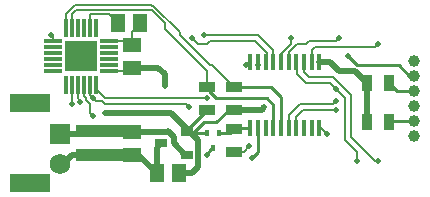
<source format=gtl>
G04 (created by PCBNEW (2013-05-18 BZR 4017)-stable) date Thu 17 Jul 2014 20:47:08 CST*
%MOIN*%
G04 Gerber Fmt 3.4, Leading zero omitted, Abs format*
%FSLAX34Y34*%
G01*
G70*
G90*
G04 APERTURE LIST*
%ADD10C,0.00590551*%
%ADD11R,0.0165X0.0579*%
%ADD12R,0.015748X0.0200787*%
%ADD13R,0.0394X0.0315*%
%ADD14R,0.055X0.035*%
%ADD15R,0.035X0.055*%
%ADD16R,0.137795X0.0393701*%
%ADD17R,0.133858X0.0590551*%
%ADD18R,0.106299X0.102362*%
%ADD19R,0.0590551X0.0137795*%
%ADD20R,0.0137795X0.0590551*%
%ADD21R,0.069X0.069*%
%ADD22C,0.069*%
%ADD23R,0.0512X0.059*%
%ADD24R,0.059X0.0512*%
%ADD25C,0.039*%
%ADD26C,0.02*%
%ADD27C,0.02*%
%ADD28C,0.04*%
%ADD29C,0.008*%
%ADD30C,0.01*%
%ADD31C,0.006*%
G04 APERTURE END LIST*
G54D10*
G54D11*
X55728Y-30498D03*
X55472Y-30498D03*
X55216Y-30498D03*
X54960Y-30498D03*
X56492Y-32700D03*
X56496Y-30498D03*
X56240Y-30498D03*
X55984Y-30498D03*
X54704Y-32702D03*
X54960Y-32702D03*
X55216Y-32702D03*
X55472Y-32702D03*
X55728Y-32702D03*
X55984Y-32702D03*
X54704Y-30498D03*
X56240Y-32700D03*
X56752Y-30498D03*
X54448Y-30498D03*
X54448Y-32702D03*
X56752Y-32702D03*
G54D12*
X53003Y-32844D03*
X53396Y-32844D03*
X53200Y-33355D03*
G54D13*
X51467Y-33200D03*
X52333Y-32825D03*
X52333Y-33575D03*
G54D14*
X53000Y-32075D03*
X53000Y-31325D03*
G54D15*
X58325Y-32500D03*
X59075Y-32500D03*
X58325Y-31200D03*
X59075Y-31200D03*
G54D14*
X53900Y-32725D03*
X53900Y-33475D03*
X53900Y-32075D03*
X53900Y-31325D03*
G54D16*
X49300Y-33593D03*
X49300Y-32806D03*
G54D17*
X47114Y-34538D03*
X47114Y-31861D03*
G54D18*
X48800Y-30300D03*
G54D19*
X47855Y-29807D03*
X47855Y-30004D03*
X47855Y-30201D03*
X47855Y-30398D03*
X47855Y-30595D03*
X47855Y-30792D03*
G54D20*
X48307Y-31244D03*
X48504Y-31244D03*
X48701Y-31244D03*
X48898Y-31244D03*
X49095Y-31244D03*
X49292Y-31244D03*
G54D19*
X49744Y-30792D03*
X49744Y-30595D03*
X49744Y-30398D03*
X49744Y-30201D03*
X49744Y-30004D03*
X49744Y-29807D03*
G54D20*
X49292Y-29355D03*
X49095Y-29355D03*
X48898Y-29355D03*
X48701Y-29355D03*
X48504Y-29355D03*
X48307Y-29355D03*
G54D21*
X48100Y-32900D03*
G54D22*
X48100Y-33900D03*
G54D23*
X50025Y-29200D03*
X50775Y-29200D03*
G54D24*
X50500Y-32825D03*
X50500Y-33575D03*
G54D23*
X52075Y-34200D03*
X51325Y-34200D03*
G54D24*
X50500Y-30675D03*
X50500Y-29925D03*
G54D25*
X59900Y-31450D03*
X59900Y-31950D03*
X59900Y-30950D03*
X59900Y-32450D03*
X59900Y-30450D03*
X59900Y-32950D03*
G54D26*
X55800Y-29700D03*
X52500Y-29700D03*
X58700Y-29900D03*
X57400Y-29700D03*
X54500Y-33700D03*
X57300Y-31400D03*
X58000Y-33800D03*
X52900Y-29600D03*
X58700Y-33800D03*
X47800Y-29600D03*
X54300Y-30600D03*
X52400Y-32000D03*
X49200Y-31700D03*
X54700Y-30600D03*
X53000Y-31700D03*
X57700Y-30300D03*
X54400Y-33300D03*
X57000Y-32900D03*
X50775Y-29200D03*
X53000Y-33600D03*
X57300Y-32100D03*
X57300Y-31800D03*
X49212Y-32287D03*
X48762Y-31830D03*
X49600Y-32200D03*
X51600Y-31300D03*
X51800Y-32200D03*
X57400Y-30800D03*
X54900Y-32000D03*
X48500Y-31900D03*
G54D27*
X48100Y-32900D02*
X49206Y-32900D01*
X49206Y-32900D02*
X49300Y-32806D01*
X50500Y-32825D02*
X51675Y-32825D01*
X52275Y-33575D02*
X52333Y-33575D01*
X51900Y-33200D02*
X52275Y-33575D01*
X51900Y-33000D02*
X51900Y-33200D01*
X51700Y-32800D02*
X51900Y-33000D01*
X51675Y-32825D02*
X51700Y-32800D01*
G54D28*
X49300Y-32806D02*
X50481Y-32806D01*
X50481Y-32806D02*
X50500Y-32825D01*
G54D29*
X55472Y-30498D02*
X55472Y-30228D01*
X55800Y-29900D02*
X55800Y-29700D01*
X55472Y-30228D02*
X55800Y-29900D01*
X55000Y-30458D02*
X54960Y-30498D01*
X55000Y-30200D02*
X55000Y-30458D01*
X54900Y-30100D02*
X55000Y-30200D01*
X54600Y-29800D02*
X54900Y-30100D01*
X53100Y-29800D02*
X54600Y-29800D01*
X53000Y-29900D02*
X53100Y-29800D01*
X52700Y-29900D02*
X53000Y-29900D01*
X52500Y-29700D02*
X52700Y-29900D01*
X56496Y-30498D02*
X56496Y-30104D01*
X58600Y-30000D02*
X58700Y-29900D01*
X56600Y-30000D02*
X58600Y-30000D01*
X56496Y-30104D02*
X56600Y-30000D01*
G54D30*
X53396Y-32844D02*
X53780Y-32844D01*
X53780Y-32844D02*
X53900Y-32725D01*
X54448Y-32702D02*
X53923Y-32702D01*
X53923Y-32702D02*
X53900Y-32725D01*
G54D29*
X55728Y-30172D02*
X55728Y-30498D01*
X56000Y-29900D02*
X55728Y-30172D01*
X56300Y-29900D02*
X56000Y-29900D01*
X56400Y-29800D02*
X56300Y-29900D01*
X56500Y-29800D02*
X56400Y-29800D01*
X57300Y-29800D02*
X56500Y-29800D01*
X57400Y-29700D02*
X57300Y-29800D01*
G54D30*
X54704Y-32702D02*
X54704Y-33496D01*
X54704Y-33496D02*
X54500Y-33700D01*
G54D29*
X56000Y-30514D02*
X55984Y-30498D01*
X56000Y-30900D02*
X56000Y-30514D01*
X56100Y-31000D02*
X56000Y-30900D01*
X56300Y-31200D02*
X56100Y-31000D01*
X57100Y-31200D02*
X56300Y-31200D01*
X57600Y-31700D02*
X57300Y-31400D01*
X57300Y-31400D02*
X57100Y-31200D01*
X57600Y-31800D02*
X57600Y-31700D01*
X57600Y-33100D02*
X57600Y-31800D01*
X58000Y-33500D02*
X57600Y-33100D01*
X58000Y-33800D02*
X58000Y-33500D01*
X55216Y-30498D02*
X55216Y-30184D01*
X54700Y-29600D02*
X52900Y-29600D01*
X55200Y-30100D02*
X54700Y-29600D01*
X55200Y-30168D02*
X55200Y-30100D01*
X55216Y-30184D02*
X55200Y-30168D01*
X56240Y-30498D02*
X56240Y-30840D01*
X58600Y-33800D02*
X58700Y-33800D01*
X57800Y-33000D02*
X58600Y-33800D01*
X57800Y-31600D02*
X57800Y-33000D01*
X57200Y-31000D02*
X57800Y-31600D01*
X56400Y-31000D02*
X57200Y-31000D01*
X56240Y-30840D02*
X56400Y-31000D01*
X47855Y-29807D02*
X47855Y-29655D01*
X47855Y-29655D02*
X47800Y-29600D01*
X51100Y-31900D02*
X52300Y-31900D01*
X49300Y-31800D02*
X49500Y-31800D01*
X49500Y-31800D02*
X49600Y-31900D01*
X49600Y-31900D02*
X51100Y-31900D01*
X49200Y-31700D02*
X49300Y-31800D01*
X54402Y-30498D02*
X54448Y-30498D01*
X54300Y-30600D02*
X54402Y-30498D01*
X52300Y-31900D02*
X52400Y-32000D01*
X49095Y-31244D02*
X49095Y-31595D01*
X49095Y-31595D02*
X49200Y-31700D01*
X51100Y-31700D02*
X53000Y-31700D01*
X51100Y-31700D02*
X50300Y-31700D01*
X49292Y-31392D02*
X49600Y-31700D01*
X49600Y-31700D02*
X50300Y-31700D01*
X49292Y-31244D02*
X49292Y-31392D01*
X54704Y-30596D02*
X54704Y-30498D01*
X54700Y-30600D02*
X54704Y-30596D01*
X53000Y-31325D02*
X53000Y-30800D01*
X48504Y-28895D02*
X48640Y-28759D01*
X48640Y-28759D02*
X51159Y-28759D01*
X51159Y-28759D02*
X51200Y-28800D01*
X48504Y-28895D02*
X48504Y-29355D01*
X51600Y-29200D02*
X51200Y-28800D01*
X51600Y-29400D02*
X51600Y-29200D01*
X53000Y-30800D02*
X51600Y-29400D01*
G54D30*
X55216Y-32702D02*
X55216Y-31916D01*
X53100Y-31500D02*
X53000Y-31325D01*
X53300Y-31700D02*
X53100Y-31500D01*
X55000Y-31700D02*
X53300Y-31700D01*
X55216Y-31916D02*
X55000Y-31700D01*
G54D29*
X51159Y-28619D02*
X51219Y-28619D01*
X48307Y-28892D02*
X48600Y-28600D01*
X48600Y-28600D02*
X51140Y-28600D01*
X51140Y-28600D02*
X51159Y-28619D01*
X48307Y-29355D02*
X48307Y-28892D01*
X53175Y-30600D02*
X53900Y-31325D01*
X53100Y-30600D02*
X53175Y-30600D01*
X52100Y-29600D02*
X53100Y-30600D01*
X52100Y-29500D02*
X52100Y-29600D01*
X51219Y-28619D02*
X52100Y-29500D01*
G54D30*
X55472Y-32702D02*
X55472Y-31672D01*
X55125Y-31325D02*
X53900Y-31325D01*
X55472Y-31672D02*
X55125Y-31325D01*
X59900Y-30950D02*
X59750Y-30950D01*
X58000Y-30600D02*
X57700Y-30300D01*
X59400Y-30600D02*
X58000Y-30600D01*
X59750Y-30950D02*
X59400Y-30600D01*
G54D31*
X53900Y-33475D02*
X54225Y-33475D01*
X54225Y-33475D02*
X54400Y-33300D01*
X56752Y-32702D02*
X56802Y-32702D01*
X56802Y-32702D02*
X57000Y-32900D01*
G54D29*
X50500Y-29475D02*
X50775Y-29200D01*
X50500Y-29925D02*
X50500Y-29475D01*
G54D27*
X48100Y-33900D02*
X48200Y-33900D01*
X48506Y-33593D02*
X49300Y-33593D01*
X48200Y-33900D02*
X48506Y-33593D01*
X51325Y-34200D02*
X51325Y-33342D01*
X51325Y-33342D02*
X51467Y-33200D01*
X50500Y-33575D02*
X50700Y-33575D01*
X50700Y-33575D02*
X51325Y-34200D01*
G54D29*
X49744Y-29807D02*
X50382Y-29807D01*
X50382Y-29807D02*
X50500Y-29925D01*
G54D28*
X49300Y-33593D02*
X50481Y-33593D01*
X50481Y-33593D02*
X50500Y-33575D01*
G54D30*
X53144Y-33355D02*
X53200Y-33355D01*
X53000Y-33600D02*
X53144Y-33355D01*
G54D29*
X55984Y-32702D02*
X55984Y-32316D01*
X56200Y-32100D02*
X57300Y-32100D01*
X55984Y-32316D02*
X56200Y-32100D01*
X55728Y-32272D02*
X55728Y-32702D01*
X56100Y-31900D02*
X55728Y-32272D01*
X57200Y-31900D02*
X56100Y-31900D01*
X57300Y-31800D02*
X57200Y-31900D01*
G54D30*
X59900Y-31450D02*
X59325Y-31450D01*
X59325Y-31450D02*
X59075Y-31200D01*
X59900Y-32450D02*
X59125Y-32450D01*
X59125Y-32450D02*
X59075Y-32500D01*
G54D29*
X48898Y-31244D02*
X48898Y-31623D01*
X48964Y-31689D02*
X48898Y-31623D01*
X48964Y-31764D02*
X48964Y-31689D01*
X49100Y-31900D02*
X48964Y-31764D01*
X49100Y-32175D02*
X49100Y-31900D01*
X49100Y-32175D02*
X49212Y-32287D01*
X49212Y-32287D02*
X49225Y-32300D01*
X48701Y-31244D02*
X48701Y-31701D01*
X48701Y-31701D02*
X48762Y-31830D01*
X49095Y-29355D02*
X49095Y-28904D01*
X49725Y-28900D02*
X50025Y-29200D01*
X49100Y-28900D02*
X49725Y-28900D01*
X49095Y-28904D02*
X49100Y-28900D01*
G54D27*
X51800Y-32200D02*
X49600Y-32200D01*
X52333Y-32825D02*
X52333Y-32733D01*
X51375Y-30675D02*
X50500Y-30675D01*
X51600Y-30900D02*
X51375Y-30675D01*
X51600Y-31300D02*
X51600Y-30900D01*
X52333Y-32733D02*
X51800Y-32200D01*
X58325Y-32500D02*
X58325Y-31200D01*
X57400Y-30800D02*
X57925Y-30800D01*
X57925Y-30800D02*
X58325Y-31200D01*
X53900Y-32075D02*
X54825Y-32075D01*
X57098Y-30498D02*
X56752Y-30498D01*
X57400Y-30800D02*
X57098Y-30498D01*
X54825Y-32075D02*
X54900Y-32000D01*
X52075Y-34200D02*
X52500Y-34200D01*
X52425Y-32825D02*
X52333Y-32825D01*
X52700Y-33100D02*
X52425Y-32825D01*
X52700Y-34000D02*
X52700Y-33100D01*
X52500Y-34200D02*
X52700Y-34000D01*
G54D29*
X48504Y-31244D02*
X48504Y-31895D01*
X48504Y-31895D02*
X48500Y-31900D01*
G54D30*
X52333Y-32825D02*
X52575Y-32825D01*
X53725Y-32075D02*
X53900Y-32075D01*
X53300Y-32500D02*
X53725Y-32075D01*
X52900Y-32500D02*
X53300Y-32500D01*
X52575Y-32825D02*
X52900Y-32500D01*
X52333Y-32825D02*
X52333Y-32742D01*
X52333Y-32742D02*
X53000Y-32075D01*
X53003Y-32844D02*
X52352Y-32844D01*
X52352Y-32844D02*
X52333Y-32825D01*
G54D29*
X49744Y-30792D02*
X50382Y-30792D01*
X50382Y-30792D02*
X50500Y-30675D01*
M02*

</source>
